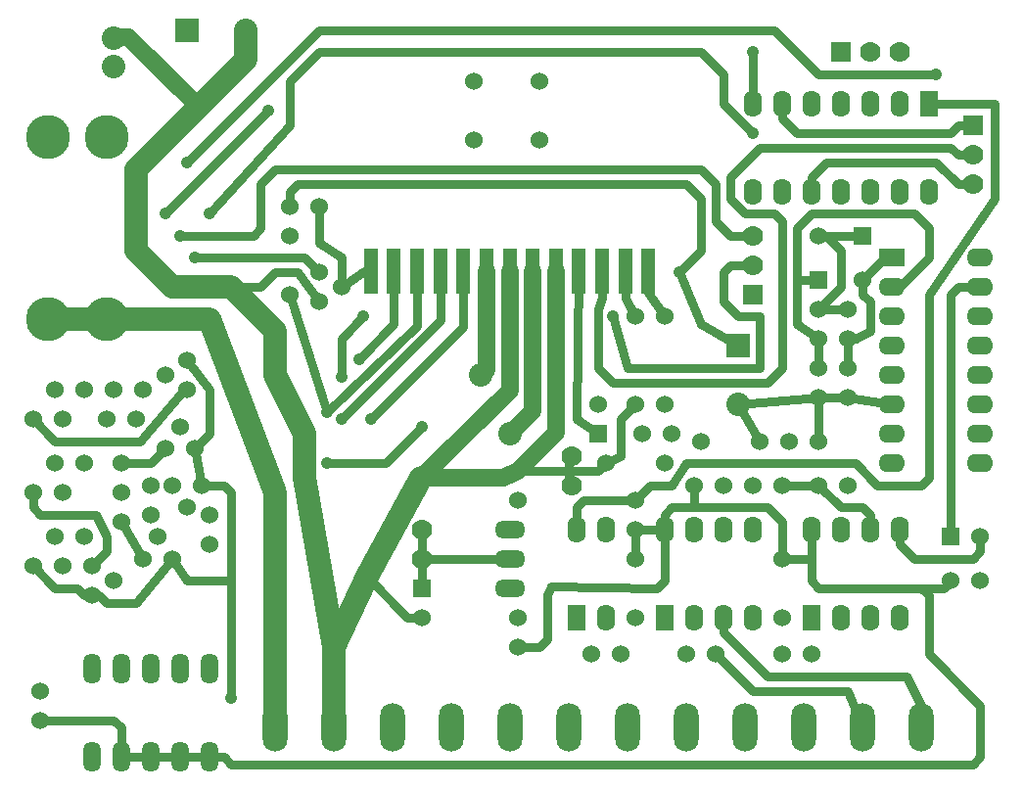
<source format=gtl>
G04 (created by PCBNEW (2013-jul-07)-stable) date Sun 11 Dec 2016 08:13:46 PM CST*
%MOIN*%
G04 Gerber Fmt 3.4, Leading zero omitted, Abs format*
%FSLAX34Y34*%
G01*
G70*
G90*
G04 APERTURE LIST*
%ADD10C,0.00590551*%
%ADD11R,0.06X0.06*%
%ADD12C,0.06*%
%ADD13C,0.08*%
%ADD14O,0.104X0.06*%
%ADD15C,0.07*%
%ADD16O,0.06X0.104*%
%ADD17R,0.07X0.07*%
%ADD18C,0.15*%
%ADD19R,0.062X0.09*%
%ADD20O,0.062X0.09*%
%ADD21R,0.09X0.062*%
%ADD22O,0.09X0.062*%
%ADD23O,0.085X0.165*%
%ADD24R,0.08X0.08*%
%ADD25R,0.0492126X0.15748*%
%ADD26C,0.042*%
%ADD27C,0.06*%
%ADD28C,0.08*%
%ADD29C,0.03*%
G04 APERTURE END LIST*
G54D10*
G54D11*
X98000Y-60000D03*
G54D12*
X99000Y-60000D03*
G54D11*
X80000Y-61750D03*
G54D12*
X80000Y-62750D03*
G54D11*
X86000Y-56500D03*
G54D12*
X86000Y-55500D03*
G54D13*
X69500Y-44000D03*
X69500Y-43015D03*
G54D12*
X94500Y-52250D03*
X94500Y-53250D03*
X93500Y-52250D03*
X93500Y-53250D03*
X98000Y-61500D03*
X99000Y-61500D03*
X92250Y-64000D03*
X93250Y-64000D03*
X90000Y-64000D03*
X89000Y-64000D03*
X86750Y-64000D03*
X85750Y-64000D03*
X83250Y-57750D03*
X83250Y-58750D03*
X87250Y-58750D03*
X87250Y-59750D03*
X94500Y-58250D03*
X93500Y-58250D03*
X89250Y-58250D03*
X90250Y-58250D03*
X88500Y-56500D03*
X87500Y-56500D03*
X75500Y-48750D03*
X76500Y-48750D03*
X67000Y-66250D03*
X67000Y-65250D03*
X70500Y-55000D03*
X69500Y-55000D03*
X72750Y-60250D03*
X72750Y-59250D03*
X70750Y-59250D03*
X70750Y-58250D03*
X68500Y-57500D03*
X67500Y-57500D03*
X68500Y-55000D03*
X67500Y-55000D03*
X68500Y-60000D03*
X67500Y-60000D03*
G54D14*
X83000Y-61750D03*
X83000Y-59750D03*
X83000Y-60750D03*
G54D12*
X83250Y-62750D03*
X83250Y-63750D03*
G54D15*
X80000Y-60750D03*
X80000Y-59750D03*
G54D16*
X68750Y-67500D03*
X69750Y-67500D03*
X70750Y-67500D03*
X71750Y-67500D03*
X72750Y-67500D03*
X72750Y-64500D03*
X71750Y-64500D03*
X70750Y-64500D03*
X69750Y-64500D03*
X68750Y-64500D03*
G54D13*
X82000Y-54500D03*
X75000Y-54500D03*
X83000Y-56500D03*
X76000Y-56500D03*
G54D17*
X94250Y-43500D03*
G54D15*
X95250Y-43500D03*
X96250Y-43500D03*
G54D12*
X67750Y-61000D03*
X66750Y-61000D03*
X67750Y-56000D03*
X66750Y-56000D03*
X67750Y-58500D03*
X66750Y-58500D03*
X69250Y-56000D03*
X70250Y-56000D03*
G54D18*
X69250Y-46400D03*
X67250Y-46400D03*
X69250Y-52600D03*
X67250Y-52600D03*
G54D19*
X93250Y-62750D03*
G54D20*
X94250Y-62750D03*
X95250Y-62750D03*
X96250Y-62750D03*
X96250Y-59750D03*
X95250Y-59750D03*
X94250Y-59750D03*
X93250Y-59750D03*
G54D19*
X88250Y-62750D03*
G54D20*
X89250Y-62750D03*
X90250Y-62750D03*
X91250Y-62750D03*
X91250Y-59750D03*
X90250Y-59750D03*
X89250Y-59750D03*
X88250Y-59750D03*
G54D21*
X96000Y-50500D03*
G54D22*
X96000Y-51500D03*
X96000Y-52500D03*
X96000Y-53500D03*
X96000Y-54500D03*
X96000Y-55500D03*
X96000Y-56500D03*
X96000Y-57500D03*
X99000Y-57500D03*
X99000Y-56500D03*
X99000Y-55500D03*
X99000Y-54500D03*
X99000Y-53500D03*
X99000Y-52500D03*
X99000Y-51500D03*
X99000Y-50500D03*
G54D19*
X97250Y-45250D03*
G54D20*
X96250Y-45250D03*
X95250Y-45250D03*
X94250Y-45250D03*
X93250Y-45250D03*
X92250Y-45250D03*
X91250Y-45250D03*
X91250Y-48250D03*
X92250Y-48250D03*
X93250Y-48250D03*
X94250Y-48250D03*
X95250Y-48250D03*
X96250Y-48250D03*
X97250Y-48250D03*
G54D23*
X87000Y-66500D03*
X89000Y-66500D03*
X91000Y-66500D03*
X93000Y-66500D03*
X95000Y-66500D03*
X97000Y-66500D03*
G54D24*
X90750Y-53500D03*
G54D13*
X90750Y-55500D03*
G54D24*
X72000Y-42750D03*
G54D13*
X74000Y-42750D03*
G54D12*
X89500Y-56750D03*
X91500Y-56750D03*
X92250Y-60750D03*
X92250Y-62750D03*
X87250Y-60750D03*
X87250Y-62750D03*
X75500Y-51750D03*
X75500Y-49750D03*
X84000Y-46500D03*
X84000Y-44500D03*
X81750Y-46500D03*
X81750Y-44500D03*
X88250Y-57500D03*
X86250Y-57500D03*
X94500Y-54250D03*
X94500Y-55250D03*
X92250Y-58250D03*
X91250Y-58250D03*
X93500Y-54250D03*
X93500Y-55250D03*
X92500Y-56750D03*
X93500Y-56750D03*
X72000Y-55000D03*
X71250Y-54500D03*
X72000Y-54000D03*
X68750Y-61000D03*
X69500Y-61500D03*
X68750Y-62000D03*
X70500Y-60750D03*
X71000Y-60000D03*
X71500Y-60750D03*
X76500Y-51000D03*
X77250Y-51500D03*
X76500Y-52000D03*
X71250Y-57000D03*
X71750Y-56250D03*
X72250Y-57000D03*
G54D23*
X75000Y-66500D03*
X77000Y-66500D03*
X79000Y-66500D03*
X81000Y-66500D03*
X83000Y-66500D03*
X85000Y-66500D03*
G54D25*
X78248Y-50964D03*
X79035Y-50964D03*
X79823Y-50964D03*
X80610Y-50964D03*
X81398Y-50964D03*
X82185Y-50964D03*
X82972Y-50964D03*
X83759Y-50964D03*
X84546Y-50964D03*
X85334Y-50964D03*
X86121Y-50964D03*
X86909Y-50964D03*
X87696Y-50964D03*
G54D19*
X85250Y-62750D03*
G54D20*
X86250Y-62750D03*
X86250Y-59750D03*
X85250Y-59750D03*
G54D12*
X69750Y-59500D03*
X69750Y-58500D03*
X69750Y-57500D03*
X87250Y-52500D03*
X87250Y-55500D03*
X88250Y-55500D03*
X88250Y-52500D03*
G54D11*
X95000Y-49750D03*
G54D12*
X95000Y-51250D03*
G54D11*
X93500Y-51250D03*
G54D12*
X93500Y-49750D03*
G54D17*
X98750Y-46000D03*
G54D15*
X98750Y-47000D03*
X98750Y-48000D03*
G54D17*
X91250Y-51750D03*
G54D15*
X91250Y-50750D03*
X91250Y-49750D03*
G54D12*
X71500Y-58250D03*
X72000Y-59000D03*
X72500Y-58250D03*
G54D15*
X85100Y-57250D03*
X85100Y-58250D03*
G54D26*
X73500Y-65500D03*
X91250Y-43500D03*
X77250Y-56000D03*
X78000Y-52500D03*
X77250Y-54550D03*
X72250Y-50500D03*
X86500Y-52500D03*
X76750Y-57500D03*
X80000Y-56250D03*
X76750Y-55750D03*
X71250Y-49000D03*
X74750Y-45500D03*
X78250Y-56000D03*
X77850Y-53950D03*
X91250Y-46250D03*
X72750Y-49000D03*
X72000Y-47250D03*
X97500Y-44250D03*
X71750Y-49750D03*
X88750Y-51000D03*
G54D27*
X83759Y-50964D02*
X83759Y-55740D01*
X83759Y-55740D02*
X83000Y-56500D01*
X82185Y-50964D02*
X82185Y-54314D01*
X82185Y-54314D02*
X82000Y-54500D01*
G54D28*
X69250Y-52600D02*
X72750Y-52600D01*
X75000Y-58500D02*
X75000Y-66500D01*
X72750Y-52600D02*
X75000Y-58500D01*
X67250Y-52600D02*
X69250Y-52600D01*
G54D29*
X85000Y-57750D02*
X85000Y-57350D01*
X85000Y-57350D02*
X85100Y-57250D01*
X85000Y-57750D02*
X85000Y-58150D01*
X85000Y-58150D02*
X85100Y-58250D01*
X73500Y-65500D02*
X73500Y-61500D01*
X83250Y-57750D02*
X85000Y-57750D01*
X85000Y-57750D02*
X86000Y-57750D01*
X86000Y-57750D02*
X86250Y-57500D01*
X76500Y-52000D02*
X76500Y-52000D01*
X74500Y-51500D02*
X73500Y-51500D01*
X75000Y-51000D02*
X74500Y-51500D01*
X75750Y-51000D02*
X75000Y-51000D01*
X76500Y-52000D02*
X75750Y-51000D01*
X91250Y-45250D02*
X91250Y-43500D01*
X72250Y-57000D02*
X72750Y-56500D01*
X72750Y-55000D02*
X72000Y-54000D01*
X72750Y-56500D02*
X72750Y-55000D01*
X72500Y-58250D02*
X72250Y-57000D01*
X71500Y-60750D02*
X72000Y-61500D01*
X72000Y-61500D02*
X73500Y-61500D01*
X73250Y-58250D02*
X72500Y-58250D01*
X73500Y-61500D02*
X73500Y-58500D01*
X73500Y-58500D02*
X73250Y-58250D01*
X68750Y-62000D02*
X69000Y-62000D01*
X70250Y-62250D02*
X71500Y-60750D01*
X69250Y-62250D02*
X70250Y-62250D01*
X69000Y-62000D02*
X69250Y-62250D01*
X66750Y-61000D02*
X67500Y-61750D01*
X68500Y-62000D02*
X68750Y-62000D01*
X68250Y-61750D02*
X68500Y-62000D01*
X67500Y-61750D02*
X68250Y-61750D01*
X93500Y-56750D02*
X93500Y-55250D01*
G54D27*
X69500Y-43015D02*
X69515Y-43000D01*
X70000Y-43000D02*
X72375Y-45375D01*
X69515Y-43000D02*
X70000Y-43000D01*
G54D28*
X75000Y-54500D02*
X75000Y-53000D01*
X75000Y-53000D02*
X73500Y-51500D01*
X74000Y-43750D02*
X74000Y-42750D01*
X70250Y-47500D02*
X72375Y-45375D01*
X73500Y-51500D02*
X71500Y-51500D01*
X71500Y-51500D02*
X70250Y-50250D01*
X70250Y-50250D02*
X70250Y-48250D01*
X70250Y-48250D02*
X70250Y-47500D01*
X72375Y-45375D02*
X74000Y-43750D01*
G54D29*
X80000Y-62750D02*
X79500Y-62750D01*
X78116Y-61366D02*
X78116Y-61366D01*
X79500Y-62750D02*
X78116Y-61366D01*
G54D28*
X76000Y-56500D02*
X75000Y-54500D01*
X77000Y-63750D02*
X76000Y-58000D01*
X76000Y-58000D02*
X76000Y-56500D01*
G54D29*
X93500Y-55250D02*
X90750Y-55500D01*
X90750Y-55500D02*
X91500Y-56750D01*
X86250Y-57500D02*
X86750Y-57250D01*
X86750Y-57250D02*
X86750Y-56000D01*
X86750Y-56000D02*
X87250Y-55500D01*
X99000Y-60000D02*
X99000Y-60500D01*
X96250Y-60250D02*
X96250Y-59750D01*
X96750Y-60750D02*
X96250Y-60250D01*
X98750Y-60750D02*
X96750Y-60750D01*
X99000Y-60500D02*
X98750Y-60750D01*
X96000Y-55500D02*
X94500Y-55250D01*
X94500Y-55250D02*
X93500Y-55250D01*
G54D27*
X84546Y-50964D02*
X84546Y-56453D01*
X82750Y-58000D02*
X79950Y-58000D01*
X84546Y-56453D02*
X83250Y-57750D01*
X83250Y-57750D02*
X82750Y-58000D01*
X82972Y-50964D02*
X82972Y-55027D01*
G54D28*
X77000Y-63750D02*
X77000Y-66500D01*
G54D27*
X82972Y-55027D02*
X79950Y-58000D01*
G54D28*
X79950Y-58000D02*
X78374Y-60874D01*
X78374Y-60874D02*
X78116Y-61366D01*
X78116Y-61366D02*
X77000Y-63750D01*
G54D29*
X97000Y-66500D02*
X97000Y-65750D01*
X90250Y-63250D02*
X90250Y-62750D01*
X91750Y-64750D02*
X90250Y-63250D01*
X96500Y-64750D02*
X91750Y-64750D01*
X97000Y-65750D02*
X96500Y-64750D01*
X80610Y-50964D02*
X80610Y-52639D01*
X80610Y-52639D02*
X77250Y-56000D01*
X77250Y-54550D02*
X77250Y-53250D01*
X77250Y-53250D02*
X78000Y-52500D01*
X76000Y-50500D02*
X72250Y-50500D01*
X76500Y-51000D02*
X76000Y-50500D01*
X68750Y-61000D02*
X69250Y-60500D01*
X69250Y-60500D02*
X69250Y-60000D01*
X66750Y-59000D02*
X67000Y-59250D01*
X67000Y-59250D02*
X68899Y-59255D01*
X68899Y-59255D02*
X69250Y-60000D01*
X66750Y-59000D02*
X66750Y-58500D01*
X72000Y-55000D02*
X71900Y-55000D01*
X71900Y-55000D02*
X70400Y-56750D01*
X66750Y-56000D02*
X67500Y-56750D01*
X67500Y-56750D02*
X70400Y-56750D01*
X91500Y-52500D02*
X90750Y-52500D01*
X91500Y-54250D02*
X91500Y-52500D01*
X87000Y-54250D02*
X91500Y-54250D01*
X86500Y-52500D02*
X87000Y-54250D01*
X90500Y-50750D02*
X91250Y-50750D01*
X90250Y-51000D02*
X90500Y-50750D01*
X90250Y-52000D02*
X90250Y-51000D01*
X90750Y-52500D02*
X90250Y-52000D01*
X92250Y-45250D02*
X92250Y-45750D01*
X98250Y-46000D02*
X98750Y-46000D01*
X98000Y-46250D02*
X98250Y-46000D01*
X92750Y-46250D02*
X98000Y-46250D01*
X92250Y-45750D02*
X92750Y-46250D01*
X98750Y-48000D02*
X98250Y-48000D01*
X93250Y-47750D02*
X93250Y-48250D01*
X93749Y-47250D02*
X93250Y-47750D01*
X97500Y-47264D02*
X93749Y-47250D01*
X98250Y-48000D02*
X97500Y-47264D01*
X95500Y-58250D02*
X94750Y-57500D01*
X87250Y-58750D02*
X87750Y-58250D01*
X89000Y-57500D02*
X94750Y-57500D01*
X89000Y-57500D02*
X88500Y-58250D01*
X88500Y-58250D02*
X87750Y-58250D01*
X95500Y-58250D02*
X97000Y-58250D01*
X97000Y-58250D02*
X97250Y-58000D01*
X97250Y-58000D02*
X97250Y-51750D01*
X97250Y-51750D02*
X99500Y-48500D01*
X99500Y-48500D02*
X99500Y-45250D01*
X99500Y-45250D02*
X97250Y-45250D01*
X87250Y-58750D02*
X85500Y-58750D01*
X85500Y-58750D02*
X85250Y-59000D01*
X85250Y-59000D02*
X85250Y-59750D01*
X78750Y-57500D02*
X76750Y-57500D01*
X80000Y-56250D02*
X78750Y-57500D01*
X80000Y-60750D02*
X80000Y-59750D01*
X80000Y-61750D02*
X80000Y-60750D01*
X83000Y-60750D02*
X80000Y-60750D01*
X79823Y-50964D02*
X79823Y-52823D01*
X79823Y-52823D02*
X76750Y-55750D01*
X76750Y-55750D02*
X75500Y-51750D01*
X71250Y-49000D02*
X74750Y-45500D01*
X81398Y-52851D02*
X81398Y-50964D01*
X78250Y-56000D02*
X81398Y-52851D01*
X94500Y-53250D02*
X94500Y-54250D01*
X95000Y-51250D02*
X95750Y-50500D01*
X95750Y-50500D02*
X96000Y-50500D01*
X94500Y-53250D02*
X94750Y-53250D01*
X95000Y-51750D02*
X95000Y-51250D01*
X95250Y-52000D02*
X95000Y-51750D01*
X95250Y-53000D02*
X95250Y-52000D01*
X94750Y-53250D02*
X95250Y-53000D01*
X93500Y-54250D02*
X93500Y-53250D01*
X92750Y-51250D02*
X93500Y-51250D01*
X96000Y-51500D02*
X96250Y-51500D01*
X92750Y-52750D02*
X93500Y-53250D01*
X92750Y-49500D02*
X92750Y-51250D01*
X92750Y-51250D02*
X92750Y-52750D01*
X93250Y-49000D02*
X92750Y-49500D01*
X96750Y-49000D02*
X93250Y-49000D01*
X97250Y-49500D02*
X96750Y-49000D01*
X97250Y-50500D02*
X97250Y-49500D01*
X96250Y-51500D02*
X97250Y-50500D01*
X93500Y-52250D02*
X94250Y-51500D01*
X93750Y-49750D02*
X93500Y-49750D01*
X94250Y-50250D02*
X93750Y-49750D01*
X94250Y-51500D02*
X94250Y-50250D01*
X93500Y-52250D02*
X94500Y-52250D01*
X95000Y-49750D02*
X93500Y-49750D01*
X87696Y-50964D02*
X87696Y-51696D01*
X87696Y-51696D02*
X88250Y-52500D01*
X98000Y-59250D02*
X98000Y-51750D01*
X98000Y-60000D02*
X98000Y-59250D01*
X98250Y-51500D02*
X99000Y-51500D01*
X98000Y-51750D02*
X98250Y-51500D01*
X79035Y-52764D02*
X79035Y-50964D01*
X77850Y-53950D02*
X79035Y-52764D01*
X92250Y-58250D02*
X93500Y-58250D01*
X95250Y-59750D02*
X95250Y-59250D01*
X95250Y-59250D02*
X95000Y-59000D01*
X95000Y-59000D02*
X94250Y-59000D01*
X94250Y-59000D02*
X93500Y-58250D01*
X95000Y-66500D02*
X94500Y-65250D01*
X91250Y-65250D02*
X90000Y-64000D01*
X94500Y-65250D02*
X91250Y-65250D01*
X77250Y-50500D02*
X77250Y-51500D01*
X76500Y-50000D02*
X77250Y-50500D01*
X76500Y-48750D02*
X76500Y-50000D01*
X77250Y-51500D02*
X78035Y-50964D01*
X78035Y-50964D02*
X78248Y-50964D01*
X72750Y-49000D02*
X75500Y-46000D01*
X75500Y-46000D02*
X75500Y-44500D01*
X75500Y-44500D02*
X76500Y-43500D01*
X76500Y-43500D02*
X89500Y-43500D01*
X89500Y-43500D02*
X90250Y-44250D01*
X90250Y-44250D02*
X90250Y-45250D01*
X90250Y-45250D02*
X91250Y-46250D01*
X93500Y-44250D02*
X97500Y-44250D01*
X92000Y-42750D02*
X93500Y-44250D01*
X76500Y-42750D02*
X92000Y-42750D01*
X72000Y-47250D02*
X76500Y-42750D01*
X98750Y-47000D02*
X98250Y-47000D01*
X98000Y-46750D02*
X91500Y-46750D01*
X98250Y-47000D02*
X98000Y-46750D01*
X92000Y-49000D02*
X91000Y-49000D01*
X92250Y-49250D02*
X92000Y-49000D01*
X90500Y-47750D02*
X91500Y-46750D01*
X90500Y-48500D02*
X90500Y-47750D01*
X91000Y-49000D02*
X90500Y-48500D01*
X86500Y-54750D02*
X91750Y-54750D01*
X86000Y-54250D02*
X86500Y-54750D01*
X92250Y-54250D02*
X92250Y-49250D01*
X91750Y-54750D02*
X92250Y-54250D01*
X92250Y-49250D02*
X92250Y-49250D01*
X92250Y-49250D02*
X92250Y-49250D01*
X92250Y-49250D02*
X92250Y-49250D01*
X86000Y-52250D02*
X86000Y-54250D01*
X86121Y-50964D02*
X86121Y-51878D01*
X86121Y-51878D02*
X86000Y-52250D01*
X69750Y-57500D02*
X70750Y-57500D01*
X70750Y-57500D02*
X71250Y-57000D01*
X70500Y-60750D02*
X69750Y-59500D01*
X91250Y-49750D02*
X90500Y-49750D01*
X71750Y-49750D02*
X74250Y-49750D01*
X74250Y-49750D02*
X74500Y-49500D01*
X74500Y-49500D02*
X74500Y-48000D01*
X74500Y-48000D02*
X75000Y-47500D01*
X75000Y-47500D02*
X89500Y-47500D01*
X90000Y-48000D02*
X89500Y-47500D01*
X90000Y-49250D02*
X90000Y-48000D01*
X90500Y-49750D02*
X90000Y-49250D01*
X86909Y-50964D02*
X86909Y-51909D01*
X86909Y-51909D02*
X87250Y-52500D01*
X85334Y-50964D02*
X85250Y-56000D01*
X85250Y-56000D02*
X86000Y-56500D01*
X72750Y-67500D02*
X71750Y-67500D01*
X71750Y-67500D02*
X70750Y-67500D01*
X73500Y-67750D02*
X73250Y-67500D01*
X73250Y-67500D02*
X72750Y-67500D01*
X97250Y-62000D02*
X97000Y-61750D01*
X97250Y-62000D02*
X97250Y-64000D01*
X97250Y-64000D02*
X99000Y-65750D01*
X99000Y-65750D02*
X99000Y-67500D01*
X99000Y-67500D02*
X98750Y-67750D01*
X98750Y-67750D02*
X73500Y-67750D01*
X89250Y-59000D02*
X91750Y-59000D01*
X92250Y-59500D02*
X92250Y-60750D01*
X91750Y-59000D02*
X92250Y-59500D01*
X98000Y-61500D02*
X97750Y-61750D01*
X97750Y-61750D02*
X97000Y-61750D01*
X67000Y-66250D02*
X69500Y-66250D01*
X69750Y-66500D02*
X69750Y-67500D01*
X69500Y-66250D02*
X69750Y-66500D01*
X87250Y-60750D02*
X87250Y-59750D01*
X92250Y-60750D02*
X93250Y-60750D01*
X89250Y-59000D02*
X89250Y-58250D01*
X88500Y-59000D02*
X89250Y-59000D01*
X88500Y-59000D02*
X88250Y-59250D01*
X88250Y-59750D02*
X88250Y-59250D01*
X87250Y-59750D02*
X88250Y-59750D01*
X75500Y-48750D02*
X75500Y-48250D01*
X89500Y-50250D02*
X88750Y-51000D01*
X89500Y-48500D02*
X89500Y-50250D01*
X89000Y-48000D02*
X89500Y-48500D01*
X75750Y-48000D02*
X89000Y-48000D01*
X75500Y-48250D02*
X75750Y-48000D01*
X88250Y-59750D02*
X88250Y-61500D01*
X84000Y-63750D02*
X83250Y-63750D01*
X84250Y-63500D02*
X84000Y-63750D01*
X84250Y-62000D02*
X84250Y-63500D01*
X84400Y-61700D02*
X84250Y-62000D01*
X88000Y-61750D02*
X84400Y-61700D01*
X88250Y-61500D02*
X88000Y-61750D01*
X90750Y-53500D02*
X89500Y-52750D01*
X89500Y-52750D02*
X88750Y-51000D01*
X93250Y-59750D02*
X93250Y-60750D01*
X93250Y-60750D02*
X93250Y-61500D01*
X93500Y-61750D02*
X97000Y-61750D01*
X93250Y-61500D02*
X93500Y-61750D01*
X70750Y-67500D02*
X69750Y-67500D01*
X93250Y-59750D02*
X93250Y-59750D01*
M02*

</source>
